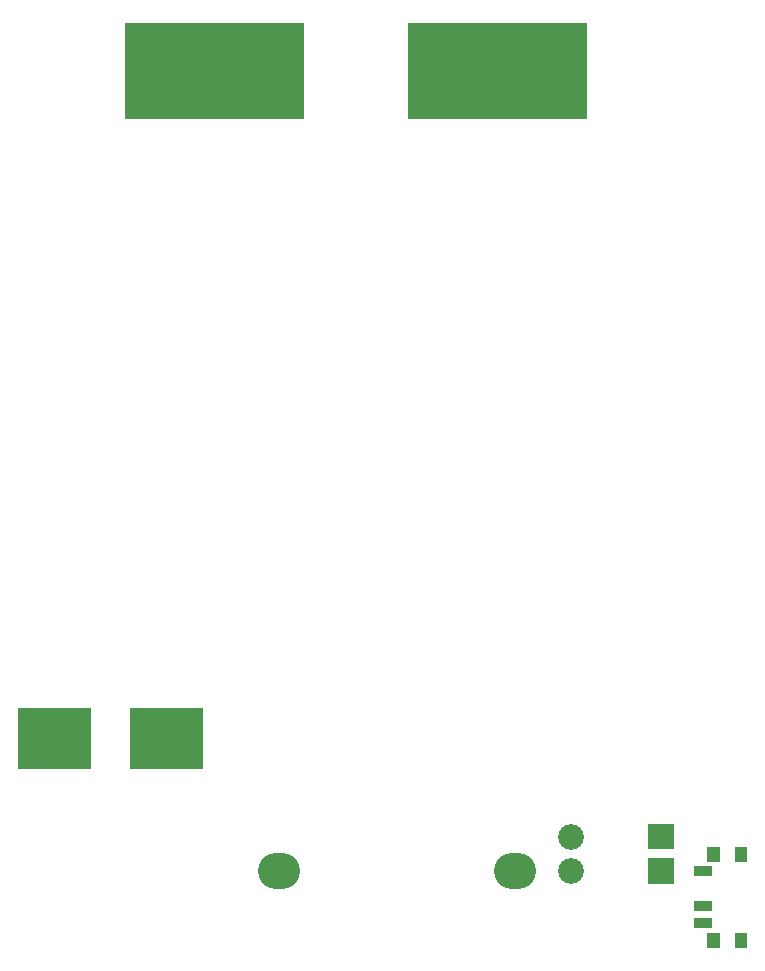
<source format=gbs>
G04 start of page 2 for group 9 layer_idx 9 *
G04 Title: (unknown), bottom_mask *
G04 Creator: pcb-rnd 3.1.5-dev *
G04 CreationDate: 2024-03-25 20:10:40 UTC *
G04 For: STEM4ukraine *
G04 Format: Gerber/RS-274X *
G04 PCB-Dimensions: 362205 393701 *
G04 PCB-Coordinate-Origin: lower left *
%MOIN*%
%FSLAX25Y25*%
%LNBOTTOM_MASK_NONE_9*%
%ADD39C,0.1202*%
%ADD38C,0.0860*%
%ADD37C,0.0001*%
G54D37*G36*
X245763Y327072D02*X305418D01*
Y294976D01*
X245763D01*
Y327072D01*
G37*
G36*
X151275D02*X210930D01*
Y294976D01*
X151275D01*
Y327072D01*
G37*
G36*
X334300Y51606D02*X325700D01*
Y60206D01*
X334300D01*
Y51606D01*
G37*
G54D38*X300000Y55906D03*
G54D37*G36*
X334300Y40188D02*X325700D01*
Y48788D01*
X334300D01*
Y40188D01*
G37*
G36*
X346954Y46166D02*Y42810D01*
X341235D01*
Y46166D01*
X346954D01*
G37*
G36*
X349709Y52465D02*Y47535D01*
X345566D01*
Y52465D01*
X349709D01*
G37*
G36*
X346954Y34355D02*Y30999D01*
X341235D01*
Y34355D01*
X346954D01*
G37*
G36*
Y28843D02*Y25487D01*
X341235D01*
Y28843D01*
X346954D01*
G37*
G36*
X358765Y52465D02*Y47535D01*
X354621D01*
Y52465D01*
X358765D01*
G37*
G36*
X349709Y23725D02*Y18794D01*
X345566D01*
Y23725D01*
X349709D01*
G37*
G36*
X358765D02*Y18794D01*
X354621D01*
Y23725D01*
X358765D01*
G37*
G54D38*X300000Y44488D03*
G54D39*X280512Y44291D02*X282480D01*
X201772D02*X203740D01*
G54D37*G36*
X153243Y98725D02*X177465D01*
Y78440D01*
X153243D01*
Y98725D01*
G37*
G36*
X115842D02*X140064D01*
Y78440D01*
X115842D01*
Y98725D01*
G37*
M02*

</source>
